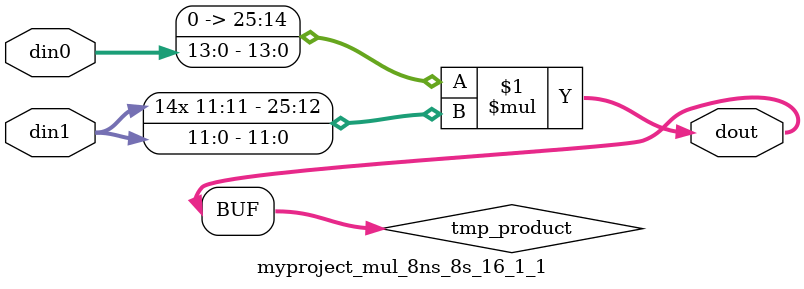
<source format=v>

`timescale 1 ns / 1 ps

 module myproject_mul_8ns_8s_16_1_1(din0, din1, dout);
parameter ID = 1;
parameter NUM_STAGE = 0;
parameter din0_WIDTH = 14;
parameter din1_WIDTH = 12;
parameter dout_WIDTH = 26;

input [din0_WIDTH - 1 : 0] din0; 
input [din1_WIDTH - 1 : 0] din1; 
output [dout_WIDTH - 1 : 0] dout;

wire signed [dout_WIDTH - 1 : 0] tmp_product;

























assign tmp_product = $signed({1'b0, din0}) * $signed(din1);










assign dout = tmp_product;





















endmodule

</source>
